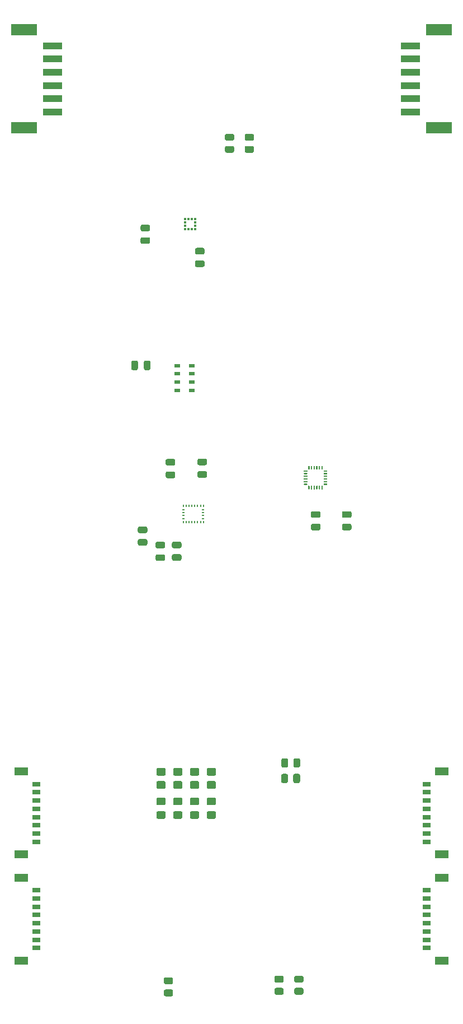
<source format=gbr>
%TF.GenerationSoftware,KiCad,Pcbnew,5.1.10*%
%TF.CreationDate,2021-10-08T11:52:48-05:00*%
%TF.ProjectId,FCB-Lite,4643422d-4c69-4746-952e-6b696361645f,A*%
%TF.SameCoordinates,Original*%
%TF.FileFunction,Paste,Top*%
%TF.FilePolarity,Positive*%
%FSLAX46Y46*%
G04 Gerber Fmt 4.6, Leading zero omitted, Abs format (unit mm)*
G04 Created by KiCad (PCBNEW 5.1.10) date 2021-10-08 11:52:48*
%MOMM*%
%LPD*%
G01*
G04 APERTURE LIST*
%ADD10R,3.000000X1.000000*%
%ADD11R,4.000000X1.800000*%
%ADD12R,0.950000X0.550000*%
%ADD13R,0.350000X0.375000*%
%ADD14R,0.375000X0.350000*%
%ADD15R,0.230000X0.350000*%
%ADD16R,0.350000X0.230000*%
%ADD17R,2.150000X1.300000*%
%ADD18R,1.200000X0.800000*%
G04 APERTURE END LIST*
%TO.C,C107*%
G36*
G01*
X52225000Y-68950000D02*
X53175000Y-68950000D01*
G75*
G02*
X53425000Y-69200000I0J-250000D01*
G01*
X53425000Y-69700000D01*
G75*
G02*
X53175000Y-69950000I-250000J0D01*
G01*
X52225000Y-69950000D01*
G75*
G02*
X51975000Y-69700000I0J250000D01*
G01*
X51975000Y-69200000D01*
G75*
G02*
X52225000Y-68950000I250000J0D01*
G01*
G37*
G36*
G01*
X52225000Y-67050000D02*
X53175000Y-67050000D01*
G75*
G02*
X53425000Y-67300000I0J-250000D01*
G01*
X53425000Y-67800000D01*
G75*
G02*
X53175000Y-68050000I-250000J0D01*
G01*
X52225000Y-68050000D01*
G75*
G02*
X51975000Y-67800000I0J250000D01*
G01*
X51975000Y-67300000D01*
G75*
G02*
X52225000Y-67050000I250000J0D01*
G01*
G37*
%TD*%
%TO.C,C106*%
G36*
G01*
X61425000Y-71550000D02*
X60475000Y-71550000D01*
G75*
G02*
X60225000Y-71300000I0J250000D01*
G01*
X60225000Y-70800000D01*
G75*
G02*
X60475000Y-70550000I250000J0D01*
G01*
X61425000Y-70550000D01*
G75*
G02*
X61675000Y-70800000I0J-250000D01*
G01*
X61675000Y-71300000D01*
G75*
G02*
X61425000Y-71550000I-250000J0D01*
G01*
G37*
G36*
G01*
X61425000Y-73450000D02*
X60475000Y-73450000D01*
G75*
G02*
X60225000Y-73200000I0J250000D01*
G01*
X60225000Y-72700000D01*
G75*
G02*
X60475000Y-72450000I250000J0D01*
G01*
X61425000Y-72450000D01*
G75*
G02*
X61675000Y-72700000I0J-250000D01*
G01*
X61675000Y-73200000D01*
G75*
G02*
X61425000Y-73450000I-250000J0D01*
G01*
G37*
%TD*%
D10*
%TO.C,J104*%
X92870000Y-50020000D03*
X92870000Y-48020000D03*
X92870000Y-46020000D03*
X92870000Y-44020000D03*
D11*
X97170000Y-52420000D03*
X97170000Y-37620000D03*
D10*
X92870000Y-42020000D03*
X92870000Y-40020000D03*
%TD*%
%TO.C,J103*%
X38670000Y-40020000D03*
X38670000Y-42020000D03*
X38670000Y-44020000D03*
X38670000Y-46020000D03*
D11*
X34370000Y-37620000D03*
X34370000Y-52420000D03*
D10*
X38670000Y-48020000D03*
X38670000Y-50020000D03*
%TD*%
%TO.C,R107*%
G36*
G01*
X75499999Y-182400000D02*
X76400001Y-182400000D01*
G75*
G02*
X76650000Y-182649999I0J-249999D01*
G01*
X76650000Y-183175001D01*
G75*
G02*
X76400001Y-183425000I-249999J0D01*
G01*
X75499999Y-183425000D01*
G75*
G02*
X75250000Y-183175001I0J249999D01*
G01*
X75250000Y-182649999D01*
G75*
G02*
X75499999Y-182400000I249999J0D01*
G01*
G37*
G36*
G01*
X75499999Y-180575000D02*
X76400001Y-180575000D01*
G75*
G02*
X76650000Y-180824999I0J-249999D01*
G01*
X76650000Y-181350001D01*
G75*
G02*
X76400001Y-181600000I-249999J0D01*
G01*
X75499999Y-181600000D01*
G75*
G02*
X75250000Y-181350001I0J249999D01*
G01*
X75250000Y-180824999D01*
G75*
G02*
X75499999Y-180575000I249999J0D01*
G01*
G37*
%TD*%
%TO.C,R106*%
G36*
G01*
X72499999Y-182400000D02*
X73400001Y-182400000D01*
G75*
G02*
X73650000Y-182649999I0J-249999D01*
G01*
X73650000Y-183175001D01*
G75*
G02*
X73400001Y-183425000I-249999J0D01*
G01*
X72499999Y-183425000D01*
G75*
G02*
X72250000Y-183175001I0J249999D01*
G01*
X72250000Y-182649999D01*
G75*
G02*
X72499999Y-182400000I249999J0D01*
G01*
G37*
G36*
G01*
X72499999Y-180575000D02*
X73400001Y-180575000D01*
G75*
G02*
X73650000Y-180824999I0J-249999D01*
G01*
X73650000Y-181350001D01*
G75*
G02*
X73400001Y-181600000I-249999J0D01*
G01*
X72499999Y-181600000D01*
G75*
G02*
X72250000Y-181350001I0J249999D01*
G01*
X72250000Y-180824999D01*
G75*
G02*
X72499999Y-180575000I249999J0D01*
G01*
G37*
%TD*%
%TO.C,R105*%
G36*
G01*
X55749999Y-182650000D02*
X56650001Y-182650000D01*
G75*
G02*
X56900000Y-182899999I0J-249999D01*
G01*
X56900000Y-183425001D01*
G75*
G02*
X56650001Y-183675000I-249999J0D01*
G01*
X55749999Y-183675000D01*
G75*
G02*
X55500000Y-183425001I0J249999D01*
G01*
X55500000Y-182899999D01*
G75*
G02*
X55749999Y-182650000I249999J0D01*
G01*
G37*
G36*
G01*
X55749999Y-180825000D02*
X56650001Y-180825000D01*
G75*
G02*
X56900000Y-181074999I0J-249999D01*
G01*
X56900000Y-181600001D01*
G75*
G02*
X56650001Y-181850000I-249999J0D01*
G01*
X55749999Y-181850000D01*
G75*
G02*
X55500000Y-181600001I0J249999D01*
G01*
X55500000Y-181074999D01*
G75*
G02*
X55749999Y-180825000I249999J0D01*
G01*
G37*
%TD*%
%TO.C,R204*%
G36*
G01*
X75120000Y-148850001D02*
X75120000Y-147949999D01*
G75*
G02*
X75369999Y-147700000I249999J0D01*
G01*
X75895001Y-147700000D01*
G75*
G02*
X76145000Y-147949999I0J-249999D01*
G01*
X76145000Y-148850001D01*
G75*
G02*
X75895001Y-149100000I-249999J0D01*
G01*
X75369999Y-149100000D01*
G75*
G02*
X75120000Y-148850001I0J249999D01*
G01*
G37*
G36*
G01*
X73295000Y-148850001D02*
X73295000Y-147949999D01*
G75*
G02*
X73544999Y-147700000I249999J0D01*
G01*
X74070001Y-147700000D01*
G75*
G02*
X74320000Y-147949999I0J-249999D01*
G01*
X74320000Y-148850001D01*
G75*
G02*
X74070001Y-149100000I-249999J0D01*
G01*
X73544999Y-149100000D01*
G75*
G02*
X73295000Y-148850001I0J249999D01*
G01*
G37*
%TD*%
%TO.C,R203*%
G36*
G01*
X75100000Y-151200001D02*
X75100000Y-150299999D01*
G75*
G02*
X75349999Y-150050000I249999J0D01*
G01*
X75875001Y-150050000D01*
G75*
G02*
X76125000Y-150299999I0J-249999D01*
G01*
X76125000Y-151200001D01*
G75*
G02*
X75875001Y-151450000I-249999J0D01*
G01*
X75349999Y-151450000D01*
G75*
G02*
X75100000Y-151200001I0J249999D01*
G01*
G37*
G36*
G01*
X73275000Y-151200001D02*
X73275000Y-150299999D01*
G75*
G02*
X73524999Y-150050000I249999J0D01*
G01*
X74050001Y-150050000D01*
G75*
G02*
X74300000Y-150299999I0J-249999D01*
G01*
X74300000Y-151200001D01*
G75*
G02*
X74050001Y-151450000I-249999J0D01*
G01*
X73524999Y-151450000D01*
G75*
G02*
X73275000Y-151200001I0J249999D01*
G01*
G37*
%TD*%
%TO.C,R202*%
G36*
G01*
X64999999Y-55150000D02*
X65900001Y-55150000D01*
G75*
G02*
X66150000Y-55399999I0J-249999D01*
G01*
X66150000Y-55925001D01*
G75*
G02*
X65900001Y-56175000I-249999J0D01*
G01*
X64999999Y-56175000D01*
G75*
G02*
X64750000Y-55925001I0J249999D01*
G01*
X64750000Y-55399999D01*
G75*
G02*
X64999999Y-55150000I249999J0D01*
G01*
G37*
G36*
G01*
X64999999Y-53325000D02*
X65900001Y-53325000D01*
G75*
G02*
X66150000Y-53574999I0J-249999D01*
G01*
X66150000Y-54100001D01*
G75*
G02*
X65900001Y-54350000I-249999J0D01*
G01*
X64999999Y-54350000D01*
G75*
G02*
X64750000Y-54100001I0J249999D01*
G01*
X64750000Y-53574999D01*
G75*
G02*
X64999999Y-53325000I249999J0D01*
G01*
G37*
%TD*%
%TO.C,R201*%
G36*
G01*
X67999999Y-55150000D02*
X68900001Y-55150000D01*
G75*
G02*
X69150000Y-55399999I0J-249999D01*
G01*
X69150000Y-55925001D01*
G75*
G02*
X68900001Y-56175000I-249999J0D01*
G01*
X67999999Y-56175000D01*
G75*
G02*
X67750000Y-55925001I0J249999D01*
G01*
X67750000Y-55399999D01*
G75*
G02*
X67999999Y-55150000I249999J0D01*
G01*
G37*
G36*
G01*
X67999999Y-53325000D02*
X68900001Y-53325000D01*
G75*
G02*
X69150000Y-53574999I0J-249999D01*
G01*
X69150000Y-54100001D01*
G75*
G02*
X68900001Y-54350000I-249999J0D01*
G01*
X67999999Y-54350000D01*
G75*
G02*
X67750000Y-54100001I0J249999D01*
G01*
X67750000Y-53574999D01*
G75*
G02*
X67999999Y-53325000I249999J0D01*
G01*
G37*
%TD*%
%TO.C,C108*%
G36*
G01*
X52481000Y-88793000D02*
X52481000Y-87843000D01*
G75*
G02*
X52731000Y-87593000I250000J0D01*
G01*
X53231000Y-87593000D01*
G75*
G02*
X53481000Y-87843000I0J-250000D01*
G01*
X53481000Y-88793000D01*
G75*
G02*
X53231000Y-89043000I-250000J0D01*
G01*
X52731000Y-89043000D01*
G75*
G02*
X52481000Y-88793000I0J250000D01*
G01*
G37*
G36*
G01*
X50581000Y-88793000D02*
X50581000Y-87843000D01*
G75*
G02*
X50831000Y-87593000I250000J0D01*
G01*
X51331000Y-87593000D01*
G75*
G02*
X51581000Y-87843000I0J-250000D01*
G01*
X51581000Y-88793000D01*
G75*
G02*
X51331000Y-89043000I-250000J0D01*
G01*
X50831000Y-89043000D01*
G75*
G02*
X50581000Y-88793000I0J250000D01*
G01*
G37*
%TD*%
%TO.C,U104*%
G36*
G01*
X77520000Y-104055000D02*
X77420000Y-104055000D01*
G75*
G02*
X77370000Y-104005000I0J50000D01*
G01*
X77370000Y-103555000D01*
G75*
G02*
X77420000Y-103505000I50000J0D01*
G01*
X77520000Y-103505000D01*
G75*
G02*
X77570000Y-103555000I0J-50000D01*
G01*
X77570000Y-104005000D01*
G75*
G02*
X77520000Y-104055000I-50000J0D01*
G01*
G37*
G36*
G01*
X77920000Y-104055000D02*
X77820000Y-104055000D01*
G75*
G02*
X77770000Y-104005000I0J50000D01*
G01*
X77770000Y-103555000D01*
G75*
G02*
X77820000Y-103505000I50000J0D01*
G01*
X77920000Y-103505000D01*
G75*
G02*
X77970000Y-103555000I0J-50000D01*
G01*
X77970000Y-104005000D01*
G75*
G02*
X77920000Y-104055000I-50000J0D01*
G01*
G37*
G36*
G01*
X78320000Y-104055000D02*
X78220000Y-104055000D01*
G75*
G02*
X78170000Y-104005000I0J50000D01*
G01*
X78170000Y-103555000D01*
G75*
G02*
X78220000Y-103505000I50000J0D01*
G01*
X78320000Y-103505000D01*
G75*
G02*
X78370000Y-103555000I0J-50000D01*
G01*
X78370000Y-104005000D01*
G75*
G02*
X78320000Y-104055000I-50000J0D01*
G01*
G37*
G36*
G01*
X78720000Y-104055000D02*
X78620000Y-104055000D01*
G75*
G02*
X78570000Y-104005000I0J50000D01*
G01*
X78570000Y-103555000D01*
G75*
G02*
X78620000Y-103505000I50000J0D01*
G01*
X78720000Y-103505000D01*
G75*
G02*
X78770000Y-103555000I0J-50000D01*
G01*
X78770000Y-104005000D01*
G75*
G02*
X78720000Y-104055000I-50000J0D01*
G01*
G37*
G36*
G01*
X79120000Y-104055000D02*
X79020000Y-104055000D01*
G75*
G02*
X78970000Y-104005000I0J50000D01*
G01*
X78970000Y-103555000D01*
G75*
G02*
X79020000Y-103505000I50000J0D01*
G01*
X79120000Y-103505000D01*
G75*
G02*
X79170000Y-103555000I0J-50000D01*
G01*
X79170000Y-104005000D01*
G75*
G02*
X79120000Y-104055000I-50000J0D01*
G01*
G37*
G36*
G01*
X79520000Y-104055000D02*
X79420000Y-104055000D01*
G75*
G02*
X79370000Y-104005000I0J50000D01*
G01*
X79370000Y-103555000D01*
G75*
G02*
X79420000Y-103505000I50000J0D01*
G01*
X79520000Y-103505000D01*
G75*
G02*
X79570000Y-103555000I0J-50000D01*
G01*
X79570000Y-104005000D01*
G75*
G02*
X79520000Y-104055000I-50000J0D01*
G01*
G37*
G36*
G01*
X79695000Y-104330000D02*
X79695000Y-104230000D01*
G75*
G02*
X79745000Y-104180000I50000J0D01*
G01*
X80195000Y-104180000D01*
G75*
G02*
X80245000Y-104230000I0J-50000D01*
G01*
X80245000Y-104330000D01*
G75*
G02*
X80195000Y-104380000I-50000J0D01*
G01*
X79745000Y-104380000D01*
G75*
G02*
X79695000Y-104330000I0J50000D01*
G01*
G37*
G36*
G01*
X79695000Y-104730000D02*
X79695000Y-104630000D01*
G75*
G02*
X79745000Y-104580000I50000J0D01*
G01*
X80195000Y-104580000D01*
G75*
G02*
X80245000Y-104630000I0J-50000D01*
G01*
X80245000Y-104730000D01*
G75*
G02*
X80195000Y-104780000I-50000J0D01*
G01*
X79745000Y-104780000D01*
G75*
G02*
X79695000Y-104730000I0J50000D01*
G01*
G37*
G36*
G01*
X79695000Y-105130000D02*
X79695000Y-105030000D01*
G75*
G02*
X79745000Y-104980000I50000J0D01*
G01*
X80195000Y-104980000D01*
G75*
G02*
X80245000Y-105030000I0J-50000D01*
G01*
X80245000Y-105130000D01*
G75*
G02*
X80195000Y-105180000I-50000J0D01*
G01*
X79745000Y-105180000D01*
G75*
G02*
X79695000Y-105130000I0J50000D01*
G01*
G37*
G36*
G01*
X79695000Y-105530000D02*
X79695000Y-105430000D01*
G75*
G02*
X79745000Y-105380000I50000J0D01*
G01*
X80195000Y-105380000D01*
G75*
G02*
X80245000Y-105430000I0J-50000D01*
G01*
X80245000Y-105530000D01*
G75*
G02*
X80195000Y-105580000I-50000J0D01*
G01*
X79745000Y-105580000D01*
G75*
G02*
X79695000Y-105530000I0J50000D01*
G01*
G37*
G36*
G01*
X79695000Y-105930000D02*
X79695000Y-105830000D01*
G75*
G02*
X79745000Y-105780000I50000J0D01*
G01*
X80195000Y-105780000D01*
G75*
G02*
X80245000Y-105830000I0J-50000D01*
G01*
X80245000Y-105930000D01*
G75*
G02*
X80195000Y-105980000I-50000J0D01*
G01*
X79745000Y-105980000D01*
G75*
G02*
X79695000Y-105930000I0J50000D01*
G01*
G37*
G36*
G01*
X79695000Y-106330000D02*
X79695000Y-106230000D01*
G75*
G02*
X79745000Y-106180000I50000J0D01*
G01*
X80195000Y-106180000D01*
G75*
G02*
X80245000Y-106230000I0J-50000D01*
G01*
X80245000Y-106330000D01*
G75*
G02*
X80195000Y-106380000I-50000J0D01*
G01*
X79745000Y-106380000D01*
G75*
G02*
X79695000Y-106330000I0J50000D01*
G01*
G37*
G36*
G01*
X79520000Y-107055000D02*
X79420000Y-107055000D01*
G75*
G02*
X79370000Y-107005000I0J50000D01*
G01*
X79370000Y-106555000D01*
G75*
G02*
X79420000Y-106505000I50000J0D01*
G01*
X79520000Y-106505000D01*
G75*
G02*
X79570000Y-106555000I0J-50000D01*
G01*
X79570000Y-107005000D01*
G75*
G02*
X79520000Y-107055000I-50000J0D01*
G01*
G37*
G36*
G01*
X79120000Y-107055000D02*
X79020000Y-107055000D01*
G75*
G02*
X78970000Y-107005000I0J50000D01*
G01*
X78970000Y-106555000D01*
G75*
G02*
X79020000Y-106505000I50000J0D01*
G01*
X79120000Y-106505000D01*
G75*
G02*
X79170000Y-106555000I0J-50000D01*
G01*
X79170000Y-107005000D01*
G75*
G02*
X79120000Y-107055000I-50000J0D01*
G01*
G37*
G36*
G01*
X78720000Y-107055000D02*
X78620000Y-107055000D01*
G75*
G02*
X78570000Y-107005000I0J50000D01*
G01*
X78570000Y-106555000D01*
G75*
G02*
X78620000Y-106505000I50000J0D01*
G01*
X78720000Y-106505000D01*
G75*
G02*
X78770000Y-106555000I0J-50000D01*
G01*
X78770000Y-107005000D01*
G75*
G02*
X78720000Y-107055000I-50000J0D01*
G01*
G37*
G36*
G01*
X78320000Y-107055000D02*
X78220000Y-107055000D01*
G75*
G02*
X78170000Y-107005000I0J50000D01*
G01*
X78170000Y-106555000D01*
G75*
G02*
X78220000Y-106505000I50000J0D01*
G01*
X78320000Y-106505000D01*
G75*
G02*
X78370000Y-106555000I0J-50000D01*
G01*
X78370000Y-107005000D01*
G75*
G02*
X78320000Y-107055000I-50000J0D01*
G01*
G37*
G36*
G01*
X77920000Y-107055000D02*
X77820000Y-107055000D01*
G75*
G02*
X77770000Y-107005000I0J50000D01*
G01*
X77770000Y-106555000D01*
G75*
G02*
X77820000Y-106505000I50000J0D01*
G01*
X77920000Y-106505000D01*
G75*
G02*
X77970000Y-106555000I0J-50000D01*
G01*
X77970000Y-107005000D01*
G75*
G02*
X77920000Y-107055000I-50000J0D01*
G01*
G37*
G36*
G01*
X77520000Y-107055000D02*
X77420000Y-107055000D01*
G75*
G02*
X77370000Y-107005000I0J50000D01*
G01*
X77370000Y-106555000D01*
G75*
G02*
X77420000Y-106505000I50000J0D01*
G01*
X77520000Y-106505000D01*
G75*
G02*
X77570000Y-106555000I0J-50000D01*
G01*
X77570000Y-107005000D01*
G75*
G02*
X77520000Y-107055000I-50000J0D01*
G01*
G37*
G36*
G01*
X76695000Y-106330000D02*
X76695000Y-106230000D01*
G75*
G02*
X76745000Y-106180000I50000J0D01*
G01*
X77195000Y-106180000D01*
G75*
G02*
X77245000Y-106230000I0J-50000D01*
G01*
X77245000Y-106330000D01*
G75*
G02*
X77195000Y-106380000I-50000J0D01*
G01*
X76745000Y-106380000D01*
G75*
G02*
X76695000Y-106330000I0J50000D01*
G01*
G37*
G36*
G01*
X76695000Y-105930000D02*
X76695000Y-105830000D01*
G75*
G02*
X76745000Y-105780000I50000J0D01*
G01*
X77195000Y-105780000D01*
G75*
G02*
X77245000Y-105830000I0J-50000D01*
G01*
X77245000Y-105930000D01*
G75*
G02*
X77195000Y-105980000I-50000J0D01*
G01*
X76745000Y-105980000D01*
G75*
G02*
X76695000Y-105930000I0J50000D01*
G01*
G37*
G36*
G01*
X76695000Y-105530000D02*
X76695000Y-105430000D01*
G75*
G02*
X76745000Y-105380000I50000J0D01*
G01*
X77195000Y-105380000D01*
G75*
G02*
X77245000Y-105430000I0J-50000D01*
G01*
X77245000Y-105530000D01*
G75*
G02*
X77195000Y-105580000I-50000J0D01*
G01*
X76745000Y-105580000D01*
G75*
G02*
X76695000Y-105530000I0J50000D01*
G01*
G37*
G36*
G01*
X76695000Y-105130000D02*
X76695000Y-105030000D01*
G75*
G02*
X76745000Y-104980000I50000J0D01*
G01*
X77195000Y-104980000D01*
G75*
G02*
X77245000Y-105030000I0J-50000D01*
G01*
X77245000Y-105130000D01*
G75*
G02*
X77195000Y-105180000I-50000J0D01*
G01*
X76745000Y-105180000D01*
G75*
G02*
X76695000Y-105130000I0J50000D01*
G01*
G37*
G36*
G01*
X76695000Y-104730000D02*
X76695000Y-104630000D01*
G75*
G02*
X76745000Y-104580000I50000J0D01*
G01*
X77195000Y-104580000D01*
G75*
G02*
X77245000Y-104630000I0J-50000D01*
G01*
X77245000Y-104730000D01*
G75*
G02*
X77195000Y-104780000I-50000J0D01*
G01*
X76745000Y-104780000D01*
G75*
G02*
X76695000Y-104730000I0J50000D01*
G01*
G37*
G36*
G01*
X76695000Y-104330000D02*
X76695000Y-104230000D01*
G75*
G02*
X76745000Y-104180000I50000J0D01*
G01*
X77195000Y-104180000D01*
G75*
G02*
X77245000Y-104230000I0J-50000D01*
G01*
X77245000Y-104330000D01*
G75*
G02*
X77195000Y-104380000I-50000J0D01*
G01*
X76745000Y-104380000D01*
G75*
G02*
X76695000Y-104330000I0J50000D01*
G01*
G37*
%TD*%
D12*
%TO.C,U103*%
X59710000Y-92098000D03*
X59710000Y-90848000D03*
X59710000Y-89598000D03*
X59710000Y-88348000D03*
X57560000Y-90848000D03*
X57560000Y-89598000D03*
X57560000Y-88348000D03*
X57560000Y-92098000D03*
%TD*%
D13*
%TO.C,U102*%
X59200000Y-66207500D03*
X59700000Y-66207500D03*
X59700000Y-67732500D03*
X59200000Y-67732500D03*
D14*
X60212500Y-66220000D03*
X58687500Y-66220000D03*
X60212500Y-67720000D03*
X58687500Y-67720000D03*
X60212500Y-67220000D03*
X60212500Y-66720000D03*
X58687500Y-67220000D03*
X58687500Y-66720000D03*
%TD*%
D15*
%TO.C,U101*%
X61485000Y-112035000D03*
X61055000Y-112035000D03*
X60625000Y-112035000D03*
X60195000Y-112035000D03*
X59765000Y-112035000D03*
X59335000Y-112035000D03*
X58905000Y-112035000D03*
X58475000Y-112035000D03*
X61485000Y-109585000D03*
X61055000Y-109585000D03*
X60625000Y-109585000D03*
X60195000Y-109585000D03*
X59765000Y-109585000D03*
X59335000Y-109585000D03*
X58905000Y-109585000D03*
D16*
X61455000Y-111455000D03*
X58505000Y-111455000D03*
X61455000Y-111025000D03*
X58505000Y-111025000D03*
X61455000Y-110595000D03*
X58505000Y-110595000D03*
X61455000Y-110165000D03*
X58505000Y-110165000D03*
D15*
X58475000Y-109585000D03*
%TD*%
%TO.C,R9004*%
G36*
G01*
X62248999Y-151138500D02*
X63149001Y-151138500D01*
G75*
G02*
X63399000Y-151388499I0J-249999D01*
G01*
X63399000Y-152088501D01*
G75*
G02*
X63149001Y-152338500I-249999J0D01*
G01*
X62248999Y-152338500D01*
G75*
G02*
X61999000Y-152088501I0J249999D01*
G01*
X61999000Y-151388499D01*
G75*
G02*
X62248999Y-151138500I249999J0D01*
G01*
G37*
G36*
G01*
X62248999Y-149138500D02*
X63149001Y-149138500D01*
G75*
G02*
X63399000Y-149388499I0J-249999D01*
G01*
X63399000Y-150088501D01*
G75*
G02*
X63149001Y-150338500I-249999J0D01*
G01*
X62248999Y-150338500D01*
G75*
G02*
X61999000Y-150088501I0J249999D01*
G01*
X61999000Y-149388499D01*
G75*
G02*
X62248999Y-149138500I249999J0D01*
G01*
G37*
%TD*%
%TO.C,R9003*%
G36*
G01*
X59708999Y-151138500D02*
X60609001Y-151138500D01*
G75*
G02*
X60859000Y-151388499I0J-249999D01*
G01*
X60859000Y-152088501D01*
G75*
G02*
X60609001Y-152338500I-249999J0D01*
G01*
X59708999Y-152338500D01*
G75*
G02*
X59459000Y-152088501I0J249999D01*
G01*
X59459000Y-151388499D01*
G75*
G02*
X59708999Y-151138500I249999J0D01*
G01*
G37*
G36*
G01*
X59708999Y-149138500D02*
X60609001Y-149138500D01*
G75*
G02*
X60859000Y-149388499I0J-249999D01*
G01*
X60859000Y-150088501D01*
G75*
G02*
X60609001Y-150338500I-249999J0D01*
G01*
X59708999Y-150338500D01*
G75*
G02*
X59459000Y-150088501I0J249999D01*
G01*
X59459000Y-149388499D01*
G75*
G02*
X59708999Y-149138500I249999J0D01*
G01*
G37*
%TD*%
%TO.C,R9002*%
G36*
G01*
X57168999Y-151138500D02*
X58069001Y-151138500D01*
G75*
G02*
X58319000Y-151388499I0J-249999D01*
G01*
X58319000Y-152088501D01*
G75*
G02*
X58069001Y-152338500I-249999J0D01*
G01*
X57168999Y-152338500D01*
G75*
G02*
X56919000Y-152088501I0J249999D01*
G01*
X56919000Y-151388499D01*
G75*
G02*
X57168999Y-151138500I249999J0D01*
G01*
G37*
G36*
G01*
X57168999Y-149138500D02*
X58069001Y-149138500D01*
G75*
G02*
X58319000Y-149388499I0J-249999D01*
G01*
X58319000Y-150088501D01*
G75*
G02*
X58069001Y-150338500I-249999J0D01*
G01*
X57168999Y-150338500D01*
G75*
G02*
X56919000Y-150088501I0J249999D01*
G01*
X56919000Y-149388499D01*
G75*
G02*
X57168999Y-149138500I249999J0D01*
G01*
G37*
%TD*%
%TO.C,R9001*%
G36*
G01*
X54628999Y-151138500D02*
X55529001Y-151138500D01*
G75*
G02*
X55779000Y-151388499I0J-249999D01*
G01*
X55779000Y-152088501D01*
G75*
G02*
X55529001Y-152338500I-249999J0D01*
G01*
X54628999Y-152338500D01*
G75*
G02*
X54379000Y-152088501I0J249999D01*
G01*
X54379000Y-151388499D01*
G75*
G02*
X54628999Y-151138500I249999J0D01*
G01*
G37*
G36*
G01*
X54628999Y-149138500D02*
X55529001Y-149138500D01*
G75*
G02*
X55779000Y-149388499I0J-249999D01*
G01*
X55779000Y-150088501D01*
G75*
G02*
X55529001Y-150338500I-249999J0D01*
G01*
X54628999Y-150338500D01*
G75*
G02*
X54379000Y-150088501I0J249999D01*
G01*
X54379000Y-149388499D01*
G75*
G02*
X54628999Y-149138500I249999J0D01*
G01*
G37*
%TD*%
D17*
%TO.C,J106*%
X97625000Y-178285000D03*
X97625000Y-165735000D03*
D18*
X95330000Y-167635000D03*
X95330000Y-168885000D03*
X95330000Y-170135000D03*
X95330000Y-171385000D03*
X95330000Y-172635000D03*
X95330000Y-173885000D03*
X95330000Y-175135000D03*
X95330000Y-176385000D03*
%TD*%
D17*
%TO.C,J105*%
X97625000Y-162245000D03*
X97625000Y-149695000D03*
D18*
X95330000Y-151595000D03*
X95330000Y-152845000D03*
X95330000Y-154095000D03*
X95330000Y-155345000D03*
X95330000Y-156595000D03*
X95330000Y-157845000D03*
X95330000Y-159095000D03*
X95330000Y-160345000D03*
%TD*%
D17*
%TO.C,J102*%
X33935000Y-165735000D03*
X33935000Y-178285000D03*
D18*
X36230000Y-176385000D03*
X36230000Y-175135000D03*
X36230000Y-173885000D03*
X36230000Y-172635000D03*
X36230000Y-171385000D03*
X36230000Y-170135000D03*
X36230000Y-168885000D03*
X36230000Y-167635000D03*
%TD*%
D17*
%TO.C,J101*%
X33935000Y-149695000D03*
X33935000Y-162245000D03*
D18*
X36230000Y-160345000D03*
X36230000Y-159095000D03*
X36230000Y-157845000D03*
X36230000Y-156595000D03*
X36230000Y-155345000D03*
X36230000Y-154095000D03*
X36230000Y-152845000D03*
X36230000Y-151595000D03*
%TD*%
%TO.C,D9004*%
G36*
G01*
X63149001Y-154797000D02*
X62248999Y-154797000D01*
G75*
G02*
X61999000Y-154547001I0J249999D01*
G01*
X61999000Y-153896999D01*
G75*
G02*
X62248999Y-153647000I249999J0D01*
G01*
X63149001Y-153647000D01*
G75*
G02*
X63399000Y-153896999I0J-249999D01*
G01*
X63399000Y-154547001D01*
G75*
G02*
X63149001Y-154797000I-249999J0D01*
G01*
G37*
G36*
G01*
X63149001Y-156847000D02*
X62248999Y-156847000D01*
G75*
G02*
X61999000Y-156597001I0J249999D01*
G01*
X61999000Y-155946999D01*
G75*
G02*
X62248999Y-155697000I249999J0D01*
G01*
X63149001Y-155697000D01*
G75*
G02*
X63399000Y-155946999I0J-249999D01*
G01*
X63399000Y-156597001D01*
G75*
G02*
X63149001Y-156847000I-249999J0D01*
G01*
G37*
%TD*%
%TO.C,D9003*%
G36*
G01*
X60609001Y-154797000D02*
X59708999Y-154797000D01*
G75*
G02*
X59459000Y-154547001I0J249999D01*
G01*
X59459000Y-153896999D01*
G75*
G02*
X59708999Y-153647000I249999J0D01*
G01*
X60609001Y-153647000D01*
G75*
G02*
X60859000Y-153896999I0J-249999D01*
G01*
X60859000Y-154547001D01*
G75*
G02*
X60609001Y-154797000I-249999J0D01*
G01*
G37*
G36*
G01*
X60609001Y-156847000D02*
X59708999Y-156847000D01*
G75*
G02*
X59459000Y-156597001I0J249999D01*
G01*
X59459000Y-155946999D01*
G75*
G02*
X59708999Y-155697000I249999J0D01*
G01*
X60609001Y-155697000D01*
G75*
G02*
X60859000Y-155946999I0J-249999D01*
G01*
X60859000Y-156597001D01*
G75*
G02*
X60609001Y-156847000I-249999J0D01*
G01*
G37*
%TD*%
%TO.C,D9002*%
G36*
G01*
X58069001Y-154797000D02*
X57168999Y-154797000D01*
G75*
G02*
X56919000Y-154547001I0J249999D01*
G01*
X56919000Y-153896999D01*
G75*
G02*
X57168999Y-153647000I249999J0D01*
G01*
X58069001Y-153647000D01*
G75*
G02*
X58319000Y-153896999I0J-249999D01*
G01*
X58319000Y-154547001D01*
G75*
G02*
X58069001Y-154797000I-249999J0D01*
G01*
G37*
G36*
G01*
X58069001Y-156847000D02*
X57168999Y-156847000D01*
G75*
G02*
X56919000Y-156597001I0J249999D01*
G01*
X56919000Y-155946999D01*
G75*
G02*
X57168999Y-155697000I249999J0D01*
G01*
X58069001Y-155697000D01*
G75*
G02*
X58319000Y-155946999I0J-249999D01*
G01*
X58319000Y-156597001D01*
G75*
G02*
X58069001Y-156847000I-249999J0D01*
G01*
G37*
%TD*%
%TO.C,D9001*%
G36*
G01*
X55529001Y-154797000D02*
X54628999Y-154797000D01*
G75*
G02*
X54379000Y-154547001I0J249999D01*
G01*
X54379000Y-153896999D01*
G75*
G02*
X54628999Y-153647000I249999J0D01*
G01*
X55529001Y-153647000D01*
G75*
G02*
X55779000Y-153896999I0J-249999D01*
G01*
X55779000Y-154547001D01*
G75*
G02*
X55529001Y-154797000I-249999J0D01*
G01*
G37*
G36*
G01*
X55529001Y-156847000D02*
X54628999Y-156847000D01*
G75*
G02*
X54379000Y-156597001I0J249999D01*
G01*
X54379000Y-155946999D01*
G75*
G02*
X54628999Y-155697000I249999J0D01*
G01*
X55529001Y-155697000D01*
G75*
G02*
X55779000Y-155946999I0J-249999D01*
G01*
X55779000Y-156597001D01*
G75*
G02*
X55529001Y-156847000I-249999J0D01*
G01*
G37*
%TD*%
%TO.C,C110*%
G36*
G01*
X83675000Y-111350000D02*
X82725000Y-111350000D01*
G75*
G02*
X82475000Y-111100000I0J250000D01*
G01*
X82475000Y-110600000D01*
G75*
G02*
X82725000Y-110350000I250000J0D01*
G01*
X83675000Y-110350000D01*
G75*
G02*
X83925000Y-110600000I0J-250000D01*
G01*
X83925000Y-111100000D01*
G75*
G02*
X83675000Y-111350000I-250000J0D01*
G01*
G37*
G36*
G01*
X83675000Y-113250000D02*
X82725000Y-113250000D01*
G75*
G02*
X82475000Y-113000000I0J250000D01*
G01*
X82475000Y-112500000D01*
G75*
G02*
X82725000Y-112250000I250000J0D01*
G01*
X83675000Y-112250000D01*
G75*
G02*
X83925000Y-112500000I0J-250000D01*
G01*
X83925000Y-113000000D01*
G75*
G02*
X83675000Y-113250000I-250000J0D01*
G01*
G37*
%TD*%
%TO.C,C109*%
G36*
G01*
X78025000Y-112250000D02*
X78975000Y-112250000D01*
G75*
G02*
X79225000Y-112500000I0J-250000D01*
G01*
X79225000Y-113000000D01*
G75*
G02*
X78975000Y-113250000I-250000J0D01*
G01*
X78025000Y-113250000D01*
G75*
G02*
X77775000Y-113000000I0J250000D01*
G01*
X77775000Y-112500000D01*
G75*
G02*
X78025000Y-112250000I250000J0D01*
G01*
G37*
G36*
G01*
X78025000Y-110350000D02*
X78975000Y-110350000D01*
G75*
G02*
X79225000Y-110600000I0J-250000D01*
G01*
X79225000Y-111100000D01*
G75*
G02*
X78975000Y-111350000I-250000J0D01*
G01*
X78025000Y-111350000D01*
G75*
G02*
X77775000Y-111100000I0J250000D01*
G01*
X77775000Y-110600000D01*
G75*
G02*
X78025000Y-110350000I250000J0D01*
G01*
G37*
%TD*%
%TO.C,C105*%
G36*
G01*
X56975000Y-116850000D02*
X57925000Y-116850000D01*
G75*
G02*
X58175000Y-117100000I0J-250000D01*
G01*
X58175000Y-117600000D01*
G75*
G02*
X57925000Y-117850000I-250000J0D01*
G01*
X56975000Y-117850000D01*
G75*
G02*
X56725000Y-117600000I0J250000D01*
G01*
X56725000Y-117100000D01*
G75*
G02*
X56975000Y-116850000I250000J0D01*
G01*
G37*
G36*
G01*
X56975000Y-114950000D02*
X57925000Y-114950000D01*
G75*
G02*
X58175000Y-115200000I0J-250000D01*
G01*
X58175000Y-115700000D01*
G75*
G02*
X57925000Y-115950000I-250000J0D01*
G01*
X56975000Y-115950000D01*
G75*
G02*
X56725000Y-115700000I0J250000D01*
G01*
X56725000Y-115200000D01*
G75*
G02*
X56975000Y-114950000I250000J0D01*
G01*
G37*
%TD*%
%TO.C,C104*%
G36*
G01*
X54495000Y-116880000D02*
X55445000Y-116880000D01*
G75*
G02*
X55695000Y-117130000I0J-250000D01*
G01*
X55695000Y-117630000D01*
G75*
G02*
X55445000Y-117880000I-250000J0D01*
G01*
X54495000Y-117880000D01*
G75*
G02*
X54245000Y-117630000I0J250000D01*
G01*
X54245000Y-117130000D01*
G75*
G02*
X54495000Y-116880000I250000J0D01*
G01*
G37*
G36*
G01*
X54495000Y-114980000D02*
X55445000Y-114980000D01*
G75*
G02*
X55695000Y-115230000I0J-250000D01*
G01*
X55695000Y-115730000D01*
G75*
G02*
X55445000Y-115980000I-250000J0D01*
G01*
X54495000Y-115980000D01*
G75*
G02*
X54245000Y-115730000I0J250000D01*
G01*
X54245000Y-115230000D01*
G75*
G02*
X54495000Y-114980000I250000J0D01*
G01*
G37*
%TD*%
%TO.C,C103*%
G36*
G01*
X51815000Y-114560000D02*
X52765000Y-114560000D01*
G75*
G02*
X53015000Y-114810000I0J-250000D01*
G01*
X53015000Y-115310000D01*
G75*
G02*
X52765000Y-115560000I-250000J0D01*
G01*
X51815000Y-115560000D01*
G75*
G02*
X51565000Y-115310000I0J250000D01*
G01*
X51565000Y-114810000D01*
G75*
G02*
X51815000Y-114560000I250000J0D01*
G01*
G37*
G36*
G01*
X51815000Y-112660000D02*
X52765000Y-112660000D01*
G75*
G02*
X53015000Y-112910000I0J-250000D01*
G01*
X53015000Y-113410000D01*
G75*
G02*
X52765000Y-113660000I-250000J0D01*
G01*
X51815000Y-113660000D01*
G75*
G02*
X51565000Y-113410000I0J250000D01*
G01*
X51565000Y-112910000D01*
G75*
G02*
X51815000Y-112660000I250000J0D01*
G01*
G37*
%TD*%
%TO.C,C102*%
G36*
G01*
X56975000Y-103460000D02*
X56025000Y-103460000D01*
G75*
G02*
X55775000Y-103210000I0J250000D01*
G01*
X55775000Y-102710000D01*
G75*
G02*
X56025000Y-102460000I250000J0D01*
G01*
X56975000Y-102460000D01*
G75*
G02*
X57225000Y-102710000I0J-250000D01*
G01*
X57225000Y-103210000D01*
G75*
G02*
X56975000Y-103460000I-250000J0D01*
G01*
G37*
G36*
G01*
X56975000Y-105360000D02*
X56025000Y-105360000D01*
G75*
G02*
X55775000Y-105110000I0J250000D01*
G01*
X55775000Y-104610000D01*
G75*
G02*
X56025000Y-104360000I250000J0D01*
G01*
X56975000Y-104360000D01*
G75*
G02*
X57225000Y-104610000I0J-250000D01*
G01*
X57225000Y-105110000D01*
G75*
G02*
X56975000Y-105360000I-250000J0D01*
G01*
G37*
%TD*%
%TO.C,C101*%
G36*
G01*
X61795000Y-103410000D02*
X60845000Y-103410000D01*
G75*
G02*
X60595000Y-103160000I0J250000D01*
G01*
X60595000Y-102660000D01*
G75*
G02*
X60845000Y-102410000I250000J0D01*
G01*
X61795000Y-102410000D01*
G75*
G02*
X62045000Y-102660000I0J-250000D01*
G01*
X62045000Y-103160000D01*
G75*
G02*
X61795000Y-103410000I-250000J0D01*
G01*
G37*
G36*
G01*
X61795000Y-105310000D02*
X60845000Y-105310000D01*
G75*
G02*
X60595000Y-105060000I0J250000D01*
G01*
X60595000Y-104560000D01*
G75*
G02*
X60845000Y-104310000I250000J0D01*
G01*
X61795000Y-104310000D01*
G75*
G02*
X62045000Y-104560000I0J-250000D01*
G01*
X62045000Y-105060000D01*
G75*
G02*
X61795000Y-105310000I-250000J0D01*
G01*
G37*
%TD*%
M02*

</source>
